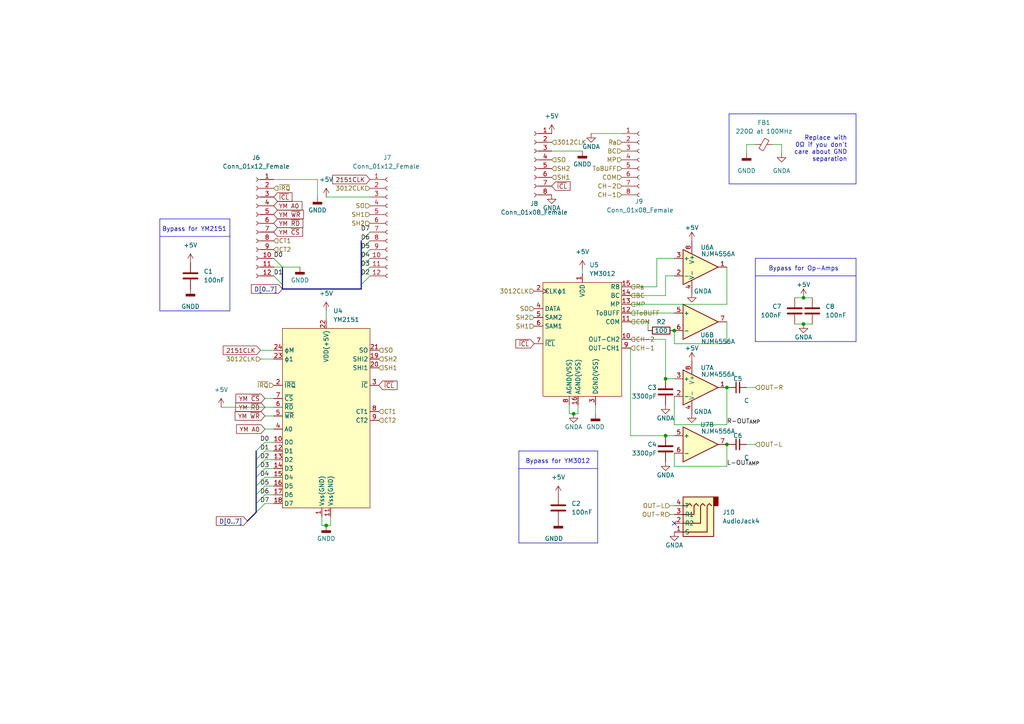
<source format=kicad_sch>
(kicad_sch (version 20230121) (generator eeschema)
  (paper "A4")
  (title_block (title "YM Output"))
  (lib_symbols
    (symbol "Amplifier_Operational:NJM4556A" (pin_names (offset 0.127))
      (property "Reference" "U" (at 0 5.08 0))
      (property "Value" "NJM4556A" (at 0 -5.08 0))
      (symbol "NJM4556A_1_1"
        (polyline (pts (xy -5.08 5.08) (xy 5.08 0) (xy -5.08 -5.08) (xy -5.08 5.08)) (stroke (width 0.254)) (fill (type background)))
        (pin output line (at 7.62 0 180) (length 2.54) (name "~") (number "1"))
        (pin input line (at -7.62 -2.54 0) (length 2.54) (name "-") (number "2"))
        (pin input line (at -7.62 2.54 0) (length 2.54) (name "+") (number "3"))
      )
      (symbol "NJM4556A_2_1"
        (polyline (pts (xy -5.08 5.08) (xy 5.08 0) (xy -5.08 -5.08) (xy -5.08 5.08)) (stroke (width 0.254)) (fill (type background)))
        (pin input line (at -7.62 2.54 0) (length 2.54) (name "+") (number "5"))
        (pin input line (at -7.62 -2.54 0) (length 2.54) (name "-") (number "6"))
        (pin output line (at 7.62 0 180) (length 2.54) (name "~") (number "7"))
      )
      (symbol "NJM4556A_3_1"
        (pin power_in line (at -2.54 -7.62 90) (length 3.81) (name "V-") (number "4"))
        (pin power_in line (at -2.54 7.62 270) (length 3.81) (name "V+") (number "8"))
      )
    )
    (symbol "Connector:Conn_01x08_Female" (pin_names (offset 1.016) hide)
      (property "Reference" "J" (at 0 10.16 0))
      (property "Value" "Conn_01x08_Female" (at 0 -12.7 0))
      (symbol "Conn_01x08_Female_1_1"
        (arc (start 0 -9.652) (mid -0.5058 -10.16) (end 0 -10.668) (stroke (width 0.1524)))
        (arc (start 0 -7.112) (mid -0.5058 -7.62) (end 0 -8.128) (stroke (width 0.1524)))
        (arc (start 0 -4.572) (mid -0.5058 -5.08) (end 0 -5.588) (stroke (width 0.1524)))
        (arc (start 0 -2.032) (mid -0.5058 -2.54) (end 0 -3.048) (stroke (width 0.1524)))
        (polyline (pts (xy -1.27 -10.16) (xy -0.508 -10.16)) (stroke (width 0.1524)))
        (polyline (pts (xy -1.27 -7.62) (xy -0.508 -7.62)) (stroke (width 0.1524)))
        (polyline (pts (xy -1.27 -5.08) (xy -0.508 -5.08)) (stroke (width 0.1524)))
        (polyline (pts (xy -1.27 -2.54) (xy -0.508 -2.54)) (stroke (width 0.1524)))
        (polyline (pts (xy -1.27 0) (xy -0.508 0)) (stroke (width 0.1524)))
        (polyline (pts (xy -1.27 2.54) (xy -0.508 2.54)) (stroke (width 0.1524)))
        (polyline (pts (xy -1.27 5.08) (xy -0.508 5.08)) (stroke (width 0.1524)))
        (polyline (pts (xy -1.27 7.62) (xy -0.508 7.62)) (stroke (width 0.1524)))
        (arc (start 0 0.508) (mid -0.5058 0) (end 0 -0.508) (stroke (width 0.1524)))
        (arc (start 0 3.048) (mid -0.5058 2.54) (end 0 2.032) (stroke (width 0.1524)))
        (arc (start 0 5.588) (mid -0.5058 5.08) (end 0 4.572) (stroke (width 0.1524)))
        (arc (start 0 8.128) (mid -0.5058 7.62) (end 0 7.112) (stroke (width 0.1524)))
        (pin passive line (at -5.08 7.62 0) (length 3.81) (name "Pin_1") (number "1"))
        (pin passive line (at -5.08 5.08 0) (length 3.81) (name "Pin_2") (number "2"))
        (pin passive line (at -5.08 2.54 0) (length 3.81) (name "Pin_3") (number "3"))
        (pin passive line (at -5.08 0 0) (length 3.81) (name "Pin_4") (number "4"))
        (pin passive line (at -5.08 -2.54 0) (length 3.81) (name "Pin_5") (number "5"))
        (pin passive line (at -5.08 -5.08 0) (length 3.81) (name "Pin_6") (number "6"))
        (pin passive line (at -5.08 -7.62 0) (length 3.81) (name "Pin_7") (number "7"))
        (pin passive line (at -5.08 -10.16 0) (length 3.81) (name "Pin_8") (number "8"))
      )
    )
    (symbol "Connector:Conn_01x12_Female" (pin_names (offset 1.016) hide)
      (property "Reference" "J" (at 0 15.24 0))
      (property "Value" "Conn_01x12_Female" (at 0 -17.78 0))
      (symbol "Conn_01x12_Female_1_1"
        (arc (start 0 -14.732) (mid -0.5058 -15.24) (end 0 -15.748) (stroke (width 0.1524)))
        (arc (start 0 -12.192) (mid -0.5058 -12.7) (end 0 -13.208) (stroke (width 0.1524)))
        (arc (start 0 -9.652) (mid -0.5058 -10.16) (end 0 -10.668) (stroke (width 0.1524)))
        (arc (start 0 -7.112) (mid -0.5058 -7.62) (end 0 -8.128) (stroke (width 0.1524)))
        (arc (start 0 -4.572) (mid -0.5058 -5.08) (end 0 -5.588) (stroke (width 0.1524)))
        (arc (start 0 -2.032) (mid -0.5058 -2.54) (end 0 -3.048) (stroke (width 0.1524)))
        (polyline (pts (xy -1.27 -15.24) (xy -0.508 -15.24)) (stroke (width 0.1524)))
        (polyline (pts (xy -1.27 -12.7) (xy -0.508 -12.7)) (stroke (width 0.1524)))
        (polyline (pts (xy -1.27 -10.16) (xy -0.508 -10.16)) (stroke (width 0.1524)))
        (polyline (pts (xy -1.27 -7.62) (xy -0.508 -7.62)) (stroke (width 0.1524)))
        (polyline (pts (xy -1.27 -5.08) (xy -0.508 -5.08)) (stroke (width 0.1524)))
        (polyline (pts (xy -1.27 -2.54) (xy -0.508 -2.54)) (stroke (width 0.1524)))
        (polyline (pts (xy -1.27 0) (xy -0.508 0)) (stroke (width 0.1524)))
        (polyline (pts (xy -1.27 2.54) (xy -0.508 2.54)) (stroke (width 0.1524)))
        (polyline (pts (xy -1.27 5.08) (xy -0.508 5.08)) (stroke (width 0.1524)))
        (polyline (pts (xy -1.27 7.62) (xy -0.508 7.62)) (stroke (width 0.1524)))
        (polyline (pts (xy -1.27 10.16) (xy -0.508 10.16)) (stroke (width 0.1524)))
        (polyline (pts (xy -1.27 12.7) (xy -0.508 12.7)) (stroke (width 0.1524)))
        (arc (start 0 0.508) (mid -0.5058 0) (end 0 -0.508) (stroke (width 0.1524)))
        (arc (start 0 3.048) (mid -0.5058 2.54) (end 0 2.032) (stroke (width 0.1524)))
        (arc (start 0 5.588) (mid -0.5058 5.08) (end 0 4.572) (stroke (width 0.1524)))
        (arc (start 0 8.128) (mid -0.5058 7.62) (end 0 7.112) (stroke (width 0.1524)))
        (arc (start 0 10.668) (mid -0.5058 10.16) (end 0 9.652) (stroke (width 0.1524)))
        (arc (start 0 13.208) (mid -0.5058 12.7) (end 0 12.192) (stroke (width 0.1524)))
        (pin passive line (at -5.08 12.7 0) (length 3.81) (name "Pin_1") (number "1"))
        (pin passive line (at -5.08 -10.16 0) (length 3.81) (name "Pin_10") (number "10"))
        (pin passive line (at -5.08 -12.7 0) (length 3.81) (name "Pin_11") (number "11"))
        (pin passive line (at -5.08 -15.24 0) (length 3.81) (name "Pin_12") (number "12"))
        (pin passive line (at -5.08 10.16 0) (length 3.81) (name "Pin_2") (number "2"))
        (pin passive line (at -5.08 7.62 0) (length 3.81) (name "Pin_3") (number "3"))
        (pin passive line (at -5.08 5.08 0) (length 3.81) (name "Pin_4") (number "4"))
        (pin passive line (at -5.08 2.54 0) (length 3.81) (name "Pin_5") (number "5"))
        (pin passive line (at -5.08 0 0) (length 3.81) (name "Pin_6") (number "6"))
        (pin passive line (at -5.08 -2.54 0) (length 3.81) (name "Pin_7") (number "7"))
        (pin passive line (at -5.08 -5.08 0) (length 3.81) (name "Pin_8") (number "8"))
        (pin passive line (at -5.08 -7.62 0) (length 3.81) (name "Pin_9") (number "9"))
      )
    )
    (symbol "Device:C" (pin_numbers hide) (pin_names (offset 0.254))
      (property "Reference" "C" (at 0.635 2.54 0))
      (property "Value" "C" (at 0.635 -2.54 0))
      (symbol "C_0_1"
        (polyline (pts (xy -2.032 -0.762) (xy 2.032 -0.762)) (stroke (width 0.508)))
        (polyline (pts (xy -2.032 0.762) (xy 2.032 0.762)) (stroke (width 0.508)))
      )
      (symbol "C_1_1"
        (pin passive line (at 0 3.81 270) (length 2.794) (name "~") (number "1"))
        (pin passive line (at 0 -3.81 90) (length 2.794) (name "~") (number "2"))
      )
    )
    (symbol "Device:C_Small" (pin_numbers hide) (pin_names (offset 0.254) hide)
      (property "Reference" "C" (at 0.254 1.778 0))
      (property "Value" "C_Small" (at 0.254 -2.032 0))
      (symbol "C_Small_0_1"
        (polyline (pts (xy -1.524 -0.508) (xy 1.524 -0.508)) (stroke (width 0.3302)))
        (polyline (pts (xy -1.524 0.508) (xy 1.524 0.508)) (stroke (width 0.3048)))
      )
      (symbol "C_Small_1_1"
        (pin passive line (at 0 2.54 270) (length 2.032) (name "~") (number "1"))
        (pin passive line (at 0 -2.54 90) (length 2.032) (name "~") (number "2"))
      )
    )
    (symbol "Device:FerriteBead_Small" (pin_numbers hide) (pin_names (offset 0))
      (property "Reference" "FB" (at 1.905 1.27 0))
      (property "Value" "FerriteBead_Small" (at 1.905 -1.27 0))
      (symbol "FerriteBead_Small_0_1"
        (polyline (pts (xy 0 -1.27) (xy 0 -0.7874)))
        (polyline (pts (xy 0 0.889) (xy 0 1.2954)))
        (polyline (pts (xy -1.8288 0.2794) (xy -1.1176 1.4986) (xy 1.8288 -0.2032) (xy 1.1176 -1.4224) (xy -1.8288 0.2794)))
      )
      (symbol "FerriteBead_Small_1_1"
        (pin passive line (at 0 2.54 270) (length 1.27) (name "~") (number "1"))
        (pin passive line (at 0 -2.54 90) (length 1.27) (name "~") (number "2"))
      )
    )
    (symbol "Device:R" (pin_numbers hide) (pin_names (offset 0))
      (property "Reference" "R" (at 2.032 0 90))
      (property "Value" "R" (at 0 0 90))
      (symbol "R_0_1"
        (rectangle (start -1.016 -2.54) (end 1.016 2.54) (stroke (width 0.254)))
      )
      (symbol "R_1_1"
        (pin passive line (at 0 3.81 270) (length 1.27) (name "~") (number "1"))
        (pin passive line (at 0 -3.81 90) (length 1.27) (name "~") (number "2"))
      )
    )
    (symbol "power:+5V" (power) (pin_names (offset 0))
      (property "Value" "+5V" (at 0 3.556 0))
      (symbol "+5V_0_1"
        (polyline (pts (xy -0.762 1.27) (xy 0 2.54)))
        (polyline (pts (xy 0 0) (xy 0 2.54)))
        (polyline (pts (xy 0 2.54) (xy 0.762 1.27)))
      )
      (symbol "+5V_1_1"
        (pin power_in line (at 0 0 90) (length 0) hide (name "+5V") (number "1"))
      )
    )
    (symbol "power:GNDA" (power) (pin_names (offset 0))
      (property "Value" "GNDA" (at 0 -3.81 0))
      (symbol "GNDA_0_1"
        (polyline (pts (xy 0 0) (xy 0 -1.27) (xy 1.27 -1.27) (xy 0 -2.54) (xy -1.27 -1.27) (xy 0 -1.27)))
      )
      (symbol "GNDA_1_1"
        (pin power_in line (at 0 0 270) (length 0) hide (name "GNDA") (number "1"))
      )
    )
    (symbol "power:GNDD" (power) (pin_names (offset 0))
      (property "Value" "GNDD" (at 0 -3.175 0))
      (symbol "GNDD_0_1"
        (rectangle (start -1.27 -1.524) (end 1.27 -2.032) (stroke (width 0.254)) (fill (type outline)))
        (polyline (pts (xy 0 0) (xy 0 -1.524)))
      )
      (symbol "GNDD_1_1"
        (pin power_in line (at 0 0 270) (length 0) hide (name "GNDD") (number "1"))
      )
    )
    (symbol "vgmplayer:AudioJack4"
      (property "Reference" "J" (at 0 8.89 0))
      (property "Value" "AudioJack4" (at 0 6.35 0))
      (symbol "AudioJack4_0_1"
        (rectangle (start -6.35 -5.08) (end -7.62 -7.62) (stroke (width 0.254)) (fill (type outline)))
        (polyline (pts (xy 0 -5.08) (xy 0.635 -5.715) (xy 1.27 -5.08) (xy 2.54 -5.08)) (stroke (width 0.254)))
        (polyline (pts (xy -5.715 -5.08) (xy -5.08 -5.715) (xy -4.445 -5.08) (xy -4.445 2.54) (xy 2.54 2.54)) (stroke (width 0.254)))
        (polyline (pts (xy -1.905 -5.08) (xy -1.27 -5.715) (xy -0.635 -5.08) (xy -0.635 -2.54) (xy 2.54 -2.54)) (stroke (width 0.254)))
        (polyline (pts (xy 2.54 0) (xy -2.54 0) (xy -2.54 -5.08) (xy -3.175 -5.715) (xy -3.81 -5.08)) (stroke (width 0.254)))
        (rectangle (start 2.54 3.81) (end -6.35 -7.62) (stroke (width 0.254)) (fill (type background)))
      )
      (symbol "AudioJack4_1_1"
        (pin passive line (at 5.08 2.54 180) (length 2.54) (name "S") (number "1"))
        (pin passive line (at 5.08 0 180) (length 2.54) (name "R2") (number "2"))
        (pin passive line (at 5.08 -2.54 180) (length 2.54) (name "R1") (number "3"))
        (pin passive line (at 5.08 -5.08 180) (length 2.54) (name "T") (number "4"))
      )
    )
    (symbol "vgmplayer:YM2151"
      (property "Reference" "U" (at -11.43 25.4 0))
      (property "Value" "YM2151" (at 8.89 25.4 0))
      (symbol "YM2151_0_1"
        (rectangle (start -12.7 24.13) (end 12.7 -27.94) (fill (type background)))
      )
      (symbol "YM2151_1_1"
        (pin power_in line (at -1.27 -30.48 90) (length 2.54) (name "Vss(GND)") (number "1"))
        (pin bidirectional line (at -15.24 -8.89 0) (length 2.54) (name "D0") (number "10"))
        (pin power_in line (at 1.27 -30.48 90) (length 2.54) (name "Vss(GND)") (number "11"))
        (pin bidirectional line (at -15.24 -11.43 0) (length 2.54) (name "D1") (number "12"))
        (pin bidirectional line (at -15.24 -13.97 0) (length 2.54) (name "D2") (number "13"))
        (pin bidirectional line (at -15.24 -16.51 0) (length 2.54) (name "D3") (number "14"))
        (pin bidirectional line (at -15.24 -19.05 0) (length 2.54) (name "D4") (number "15"))
        (pin bidirectional line (at -15.24 -21.59 0) (length 2.54) (name "D5") (number "16"))
        (pin bidirectional line (at -15.24 -24.13 0) (length 2.54) (name "D6") (number "17"))
        (pin bidirectional line (at -15.24 -26.67 0) (length 2.54) (name "D7") (number "18"))
        (pin output line (at 15.24 15.24 180) (length 2.54) (name "SHI2") (number "19"))
        (pin open_collector line (at -15.24 7.62 0) (length 2.54) (name "~{IRQ}") (number "2"))
        (pin output line (at 15.24 12.7 180) (length 2.54) (name "SHI1") (number "20"))
        (pin output line (at 15.24 17.78 180) (length 2.54) (name "SO") (number "21"))
        (pin power_in line (at 0 26.67 270) (length 2.54) (name "VDD(+5V)") (number "22"))
        (pin output line (at -15.24 15.24 0) (length 2.54) (name "ϕ1") (number "23"))
        (pin input line (at -15.24 17.78 0) (length 2.54) (name "ϕM") (number "24"))
        (pin input line (at 15.24 7.62 180) (length 2.54) (name "~{IC}") (number "3"))
        (pin input line (at -15.24 -5.08 0) (length 2.54) (name "A0") (number "4"))
        (pin input line (at -15.24 -1.27 0) (length 2.54) (name "~{WR}") (number "5"))
        (pin input line (at -15.24 1.27 0) (length 2.54) (name "~{RD}") (number "6"))
        (pin input line (at -15.24 3.81 0) (length 2.54) (name "~{CS}") (number "7"))
        (pin output line (at 15.24 0 180) (length 2.54) (name "CT1") (number "8"))
        (pin output line (at 15.24 -2.54 180) (length 2.54) (name "CT2") (number "9"))
      )
    )
    (symbol "vgmplayer:YM3012"
      (property "Reference" "U" (at -10.16 16.51 0))
      (property "Value" "YM3012" (at 7.62 16.51 0))
      (symbol "YM3012_0_1"
        (rectangle (start -11.43 15.24) (end 11.43 -17.78) (fill (type background)))
      )
      (symbol "YM3012_1_1"
        (pin power_in line (at 0 17.78 270) (length 2.54) (name "VDD") (number "1"))
        (pin output line (at 13.97 -1.27 180) (length 2.54) (name "OUT-CH2") (number "10"))
        (pin input line (at 13.97 3.81 180) (length 2.54) (name "COM") (number "11"))
        (pin output line (at 13.97 6.35 180) (length 2.54) (name "ToBUFF") (number "12"))
        (pin input line (at 13.97 8.89 180) (length 2.54) (name "MP") (number "13"))
        (pin output line (at 13.97 11.43 180) (length 2.54) (name "BC") (number "14"))
        (pin power_out line (at 13.97 13.97 180) (length 2.54) (name "RB") (number "15"))
        (pin power_in line (at -1.27 -20.32 90) (length 2.54) (name "AGND(VSS)") (number "16"))
        (pin input clock (at -13.97 12.7 0) (length 2.54) (name "CLKϕ1") (number "2"))
        (pin power_in line (at 3.81 -20.32 90) (length 2.54) (name "DGND(VSS)") (number "3"))
        (pin input line (at -13.97 7.62 0) (length 2.54) (name "DATA") (number "4"))
        (pin input line (at -13.97 5.08 0) (length 2.54) (name "SAM2") (number "5"))
        (pin input line (at -13.97 2.54 0) (length 2.54) (name "SAM1") (number "6"))
        (pin input line (at -13.97 -2.54 0) (length 2.54) (name "~{ICL}") (number "7"))
        (pin power_in line (at -3.81 -20.32 90) (length 2.54) (name "AGND(VSS)") (number "8"))
        (pin output line (at 13.97 -3.81 180) (length 2.54) (name "OUT-CH1") (number "9"))
      )
    )
  )
  (junction (at 195.58 95.885))
  (junction (at 233.045 86.36))
  (junction (at 193.04 126.365))
  (junction (at 166.37 120.015))
  (junction (at 193.04 109.855))
  (junction (at 210.82 112.4038))
  (junction (at 210.82 128.905))
  (junction (at 233.045 93.98))
  (junction (at 94.615 152.4))
  (no_connect (at 195.58 151.765))
  (bus_entry (at 76.835 135.89) (size -2.54 2.54))
  (bus_entry (at 76.835 128.27) (size -2.54 2.54))
  (bus_entry (at 76.835 143.51) (size -2.54 2.54))
  (bus_entry (at 76.835 133.35) (size -2.54 2.54))
  (bus_entry (at 76.835 130.81) (size -2.54 2.54))
  (bus_entry (at 76.835 138.43) (size -2.54 2.54))
  (bus_entry (at 76.835 146.05) (size -2.54 2.54))
  (bus_entry (at 76.835 140.97) (size -2.54 2.54))
  (bus_entry (at 107.315 80.01) (size -2.54 2.54))
  (bus_entry (at 107.315 72.39) (size -2.54 2.54))
  (bus_entry (at 107.315 74.93) (size -2.54 2.54))
  (bus_entry (at 107.315 77.47) (size -2.54 2.54))
  (bus_entry (at 107.315 69.85) (size -2.54 2.54))
  (bus_entry (at 107.315 67.31) (size -2.54 2.54))
  (bus_entry (at 79.375 80.01) (size 2.54 2.54))
  (bus_entry (at 79.375 74.93) (size 2.54 2.54))
  (wire (pts (xy 195.58 135.255) (xy 195.58 131.445)))
  (polyline (pts (xy 211.455 33.02) (xy 211.455 53.34)))
  (polyline (pts (xy 248.285 33.02) (xy 211.455 33.02)))
  (bus (pts (xy 104.775 82.55) (xy 104.775 83.82)))
  (bus (pts (xy 81.915 77.47) (xy 81.915 82.55)))
  (polyline (pts (xy 66.675 63.5) (xy 66.675 90.17)))
  (wire (pts (xy 182.88 93.345) (xy 187.96 93.345)))
  (wire (pts (xy 193.04 126.365) (xy 195.58 126.365)))
  (wire (pts (xy 172.72 117.475) (xy 172.72 120.015)))
  (polyline (pts (xy 248.285 53.34) (xy 248.285 33.02)))
  (bus (pts (xy 104.775 77.47) (xy 104.775 80.01)))
  (bus (pts (xy 74.295 135.89) (xy 74.295 138.43)))
  (polyline (pts (xy 248.285 74.93) (xy 219.075 74.93)))
  (wire (pts (xy 81.915 77.47) (xy 86.995 77.47)))
  (wire (pts (xy 216.535 128.905) (xy 219.075 128.905)))
  (wire (pts (xy 182.88 100.965) (xy 182.88 126.365)))
  (wire (pts (xy 168.91 78.105) (xy 168.91 79.375)))
  (wire (pts (xy 187.96 93.345) (xy 187.96 95.885)))
  (wire (pts (xy 193.04 80.01) (xy 195.58 80.01)))
  (wire (pts (xy 211.455 128.905) (xy 210.82 128.905)))
  (wire (pts (xy 79.375 146.05) (xy 76.835 146.05)))
  (wire (pts (xy 160.02 43.815) (xy 168.91 43.815)))
  (wire (pts (xy 195.58 123.19) (xy 195.58 114.935)))
  (polyline (pts (xy 66.675 90.17) (xy 46.355 90.17)))
  (wire (pts (xy 210.82 135.255) (xy 195.58 135.255)))
  (wire (pts (xy 210.82 112.395) (xy 210.82 112.4038)))
  (bus (pts (xy 74.295 140.97) (xy 74.295 143.51)))
  (wire (pts (xy 182.88 83.185) (xy 190.5 83.185)))
  (polyline (pts (xy 219.075 99.06) (xy 248.285 99.06)))
  (bus (pts (xy 81.915 82.55) (xy 81.915 83.82)))
  (wire (pts (xy 167.64 117.475) (xy 167.64 120.015)))
  (wire (pts (xy 210.82 123.19) (xy 195.58 123.19)))
  (wire (pts (xy 79.375 135.89) (xy 76.835 135.89)))
  (wire (pts (xy 93.345 149.86) (xy 93.345 152.4)))
  (bus (pts (xy 104.775 80.01) (xy 104.775 82.55)))
  (bus (pts (xy 104.775 74.93) (xy 104.775 77.47)))
  (polyline (pts (xy 46.355 90.17) (xy 46.355 63.5)))
  (wire (pts (xy 167.64 120.015) (xy 166.37 120.015)))
  (wire (pts (xy 171.45 38.735) (xy 180.34 38.735)))
  (polyline (pts (xy 248.285 99.06) (xy 248.285 74.93)))
  (wire (pts (xy 190.5 83.185) (xy 190.5 74.93)))
  (wire (pts (xy 79.375 124.46) (xy 76.835 124.46)))
  (wire (pts (xy 182.88 126.365) (xy 193.04 126.365)))
  (wire (pts (xy 79.375 143.51) (xy 76.835 143.51)))
  (polyline (pts (xy 150.495 130.81) (xy 173.355 130.81)))
  (polyline (pts (xy 173.355 130.81) (xy 173.355 157.48)))
  (polyline (pts (xy 66.675 68.58) (xy 46.355 68.58)))
  (wire (pts (xy 165.1 120.015) (xy 166.37 120.015)))
  (wire (pts (xy 165.1 117.475) (xy 165.1 120.015)))
  (bus (pts (xy 104.775 83.82) (xy 81.915 83.82)))
  (wire (pts (xy 94.615 90.17) (xy 94.615 92.71)))
  (wire (pts (xy 64.135 118.11) (xy 79.375 118.11)))
  (wire (pts (xy 75.565 101.6) (xy 79.375 101.6)))
  (wire (pts (xy 79.375 115.57) (xy 76.835 115.57)))
  (wire (pts (xy 79.375 77.47) (xy 81.915 77.47)))
  (polyline (pts (xy 219.075 74.93) (xy 219.075 82.55)))
  (wire (pts (xy 182.88 90.805) (xy 195.58 90.805)))
  (polyline (pts (xy 211.455 53.34) (xy 248.285 53.34)))
  (wire (pts (xy 79.375 140.97) (xy 76.835 140.97)))
  (wire (pts (xy 210.82 112.4038) (xy 210.82 123.19)))
  (wire (pts (xy 75.565 104.14) (xy 79.375 104.14)))
  (wire (pts (xy 210.82 99.695) (xy 195.58 99.695)))
  (wire (pts (xy 193.04 109.855) (xy 195.58 109.855)))
  (wire (pts (xy 210.82 128.905) (xy 210.82 135.255)))
  (wire (pts (xy 93.345 152.4) (xy 94.615 152.4)))
  (polyline (pts (xy 173.355 135.89) (xy 150.495 135.89)))
  (wire (pts (xy 182.88 85.725) (xy 193.04 85.725)))
  (wire (pts (xy 211.455 112.395) (xy 210.82 112.4038)))
  (wire (pts (xy 79.375 133.35) (xy 76.835 133.35)))
  (wire (pts (xy 79.375 128.27) (xy 76.835 128.27)))
  (wire (pts (xy 216.535 41.91) (xy 216.535 44.45)))
  (wire (pts (xy 216.535 112.395) (xy 219.075 112.395)))
  (polyline (pts (xy 219.075 82.55) (xy 219.075 99.06)))
  (wire (pts (xy 193.04 85.725) (xy 193.04 80.01)))
  (bus (pts (xy 74.295 143.51) (xy 74.295 146.05)))
  (bus (pts (xy 104.775 72.39) (xy 104.775 74.93)))
  (bus (pts (xy 74.295 148.59) (xy 71.755 151.13)))
  (bus (pts (xy 74.295 138.43) (xy 74.295 140.97)))
  (wire (pts (xy 190.5 74.93) (xy 195.58 74.93)))
  (wire (pts (xy 210.82 77.47) (xy 210.82 88.265)))
  (polyline (pts (xy 46.355 63.5) (xy 66.675 63.5)))
  (wire (pts (xy 92.075 52.07) (xy 92.075 57.15)))
  (wire (pts (xy 233.045 86.36) (xy 235.585 86.36)))
  (wire (pts (xy 95.885 149.86) (xy 95.885 152.4)))
  (wire (pts (xy 79.375 52.07) (xy 92.075 52.07)))
  (wire (pts (xy 193.04 98.425) (xy 193.04 109.855)))
  (wire (pts (xy 182.88 98.425) (xy 193.04 98.425)))
  (polyline (pts (xy 219.075 80.01) (xy 248.285 80.01)))
  (bus (pts (xy 74.295 146.05) (xy 74.295 148.59)))
  (wire (pts (xy 224.155 41.91) (xy 226.695 41.91)))
  (wire (pts (xy 230.505 93.98) (xy 233.045 93.98)))
  (wire (pts (xy 233.045 93.98) (xy 235.585 93.98)))
  (wire (pts (xy 210.82 93.345) (xy 210.82 99.695)))
  (wire (pts (xy 219.075 41.91) (xy 216.535 41.91)))
  (wire (pts (xy 195.58 99.695) (xy 195.58 95.885)))
  (wire (pts (xy 194.31 149.225) (xy 195.58 149.225)))
  (wire (pts (xy 94.615 57.15) (xy 107.315 57.15)))
  (wire (pts (xy 210.82 88.265) (xy 182.88 88.265)))
  (bus (pts (xy 104.775 69.85) (xy 104.775 72.39)))
  (bus (pts (xy 74.295 133.35) (xy 74.295 135.89)))
  (wire (pts (xy 95.885 152.4) (xy 94.615 152.4)))
  (wire (pts (xy 226.695 41.91) (xy 226.695 44.45)))
  (wire (pts (xy 79.375 130.81) (xy 76.835 130.81)))
  (wire (pts (xy 79.375 138.43) (xy 76.835 138.43)))
  (wire (pts (xy 194.31 146.685) (xy 195.58 146.685)))
  (bus (pts (xy 74.295 130.81) (xy 74.295 133.35)))
  (polyline (pts (xy 173.355 157.48) (xy 150.495 157.48)))
  (wire (pts (xy 230.505 86.36) (xy 233.045 86.36)))
  (wire (pts (xy 79.375 120.65) (xy 76.835 120.65)))
  (polyline (pts (xy 150.495 157.48) (xy 150.495 130.81)))
  (text "Bypass for YM3012" (at 152.4 134.62 0) (effects (font (size 1.27 1.27)) (justify left bottom)))
  (text "Bypass for YM2151" (at 46.99 67.31 0) (effects (font (size 1.27 1.27)) (justify left bottom)))
  (text "Replace with\n0Ω if you don't\ncare about GND\nseparation" (at 245.745 46.99 0) (effects (font (size 1.27 1.27)) (justify right bottom)))
  (text "Bypass for Op-Amps" (at 222.885 78.74 0) (effects (font (size 1.27 1.27)) (justify left bottom)))
  (label "D7" (at 78.105 146.05 180))
  (label "D5" (at 78.105 140.97 180))
  (label "D3" (at 78.105 135.89 180))
  (label "D6" (at 107.315 69.85 180))
  (label "D6" (at 78.105 143.51 180))
  (label "D4" (at 107.315 74.93 180))
  (label "D1" (at 78.105 130.81 180))
  (label "D2" (at 107.315 80.01 180))
  (label "R-OUT_{AMP}" (at 210.82 123.19 0))
  (label "D0" (at 79.375 74.93 0))
  (label "D7" (at 107.315 67.31 180))
  (label "D5" (at 107.315 72.39 180))
  (label "L-OUT_{AMP}" (at 210.82 135.255 0))
  (label "D3" (at 107.315 77.47 180))
  (label "D2" (at 78.105 133.35 180))
  (label "D1" (at 79.375 80.01 0))
  (label "D0" (at 78.105 128.27 180))
  (label "D4" (at 78.105 138.43 180))
  (global_label "2151CLK" (shape input) (at 107.315 52.07 180) (property "Intersheetrefs" "${INTERSHEET_REFS}" (effects hide)))
  (global_label "~{ICL}" (shape input) (at 160.02 53.975 0) (property "Intersheetrefs" "${INTERSHEET_REFS}" (effects hide)))
  (global_label "D[0..7]" (shape input) (at 71.755 151.13 180) (property "Intersheetrefs" "${INTERSHEET_REFS}" (effects hide)))
  (global_label "YM ~{CS}" (shape input) (at 76.835 115.57 180) (property "Intersheetrefs" "${INTERSHEET_REFS}" (effects hide)))
  (global_label "YM ~{WR}" (shape input) (at 76.835 120.65 180) (property "Intersheetrefs" "${INTERSHEET_REFS}" (effects hide)))
  (global_label "2151CLK" (shape input) (at 75.565 101.6 180) (property "Intersheetrefs" "${INTERSHEET_REFS}" (effects hide)))
  (global_label "YM ~{CS}" (shape input) (at 79.375 67.31 0) (property "Intersheetrefs" "${INTERSHEET_REFS}" (effects hide)))
  (global_label "~{ICL}" (shape input) (at 79.375 57.15 0) (property "Intersheetrefs" "${INTERSHEET_REFS}" (effects hide)))
  (global_label "YM A0" (shape input) (at 79.375 59.69 0) (property "Intersheetrefs" "${INTERSHEET_REFS}" (effects hide)))
  (global_label "~{ICL}" (shape input) (at 154.94 99.695 180) (property "Intersheetrefs" "${INTERSHEET_REFS}" (effects hide)))
  (global_label "YM A0" (shape input) (at 76.835 124.46 180) (property "Intersheetrefs" "${INTERSHEET_REFS}" (effects hide)))
  (global_label "YM ~{WR}" (shape input) (at 79.375 62.23 0) (property "Intersheetrefs" "${INTERSHEET_REFS}" (effects hide)))
  (global_label "D[0..7]" (shape input) (at 81.915 83.82 180) (property "Intersheetrefs" "${INTERSHEET_REFS}" (effects hide)))
  (global_label "~{ICL}" (shape input) (at 109.855 111.76 0) (property "Intersheetrefs" "${INTERSHEET_REFS}" (effects hide)))
  (global_label "YM ~{RD}" (shape input) (at 79.375 64.77 0) (property "Intersheetrefs" "${INTERSHEET_REFS}" (effects hide)))
  (global_label "YM ~{RD}" (shape input) (at 76.835 118.11 180) (property "Intersheetrefs" "${INTERSHEET_REFS}" (effects hide)))
  (hierarchical_label "OUT-L" (shape input) (at 194.31 146.685 180))
  (hierarchical_label "CT2" (shape input) (at 109.855 121.92 0))
  (hierarchical_label "R_{B}" (shape input) (at 182.88 83.185 0))
  (hierarchical_label "SH2" (shape input) (at 107.315 64.77 180))
  (hierarchical_label "SO" (shape input) (at 160.02 46.355 0))
  (hierarchical_label "SO" (shape input) (at 109.855 101.6 0))
  (hierarchical_label "3012CLK" (shape input) (at 160.02 41.275 0))
  (hierarchical_label "BC" (shape input) (at 180.34 43.815 180))
  (hierarchical_label "3012CLK" (shape input) (at 107.315 54.61 180))
  (hierarchical_label "3012CLK" (shape input) (at 75.565 104.14 180))
  (hierarchical_label "COM" (shape input) (at 182.88 93.345 0))
  (hierarchical_label "OUT-R" (shape input) (at 219.075 112.395 0))
  (hierarchical_label "SH2" (shape input) (at 154.94 92.075 180))
  (hierarchical_label "MP" (shape input) (at 180.34 46.355 180))
  (hierarchical_label "CH-1" (shape input) (at 180.34 56.515 180))
  (hierarchical_label "CH-1" (shape input) (at 182.88 100.965 0))
  (hierarchical_label "CT2" (shape input) (at 79.375 72.39 0))
  (hierarchical_label "3012CLK" (shape input) (at 154.94 84.455 180))
  (hierarchical_label "~{IRQ}" (shape input) (at 79.375 111.76 180))
  (hierarchical_label "SO" (shape input) (at 107.315 59.69 180))
  (hierarchical_label "BC" (shape input) (at 182.88 85.725 0))
  (hierarchical_label "ToBUFF" (shape input) (at 180.34 48.895 180))
  (hierarchical_label "SH1" (shape input) (at 109.855 106.68 0))
  (hierarchical_label "SH1" (shape input) (at 160.02 51.435 0))
  (hierarchical_label "CT1" (shape input) (at 79.375 69.85 0))
  (hierarchical_label "OUT-L" (shape input) (at 219.075 128.905 0))
  (hierarchical_label "SH2" (shape input) (at 109.855 104.14 0))
  (hierarchical_label "COM" (shape input) (at 180.34 51.435 180))
  (hierarchical_label "MP" (shape input) (at 182.88 88.265 0))
  (hierarchical_label "SH2" (shape input) (at 160.02 48.895 0))
  (hierarchical_label "ToBUFF" (shape input) (at 182.88 90.805 0))
  (hierarchical_label "OUT-R" (shape input) (at 194.31 149.225 180))
  (hierarchical_label "SO" (shape input) (at 154.94 89.535 180))
  (hierarchical_label "R_{B}" (shape input) (at 180.34 41.275 180))
  (hierarchical_label "CH-2" (shape input) (at 180.34 53.975 180))
  (hierarchical_label "CT1" (shape input) (at 109.855 119.38 0))
  (hierarchical_label "SH1" (shape input) (at 107.315 62.23 180))
  (hierarchical_label "~{IRQ}" (shape input) (at 79.375 54.61 0))
  (hierarchical_label "SH1" (shape input) (at 154.94 94.615 180))
  (hierarchical_label "CH-2" (shape input) (at 182.88 98.425 0))
  (symbol (lib_id "power:GNDA") (at 200.66 120.015 0) (unit 1)
    (property "Reference" "#PWR038" (effects hide))
    (property "Value" "GNDA" (at 203.835 119.38 0))
  )
  (symbol (lib_id "power:GNDA") (at 160.02 56.515 0) (unit 1)
    (property "Reference" "#PWR024" (effects hide))
    (property "Value" "GNDA" (at 160.02 60.325 0))
  )
  (symbol (lib_id "vgmplayer:YM2151") (at 94.615 119.38 0) (unit 1)
    (property "Reference" "U4" (at 96.6344 90.17 0) (effects (justify left)))
    (property "Value" "YM2151" (at 96.6344 92.71 0) (effects (justify left)))
    (property "Footprint" "Package_DIP:DIP-24_W15.24mm_Socket" (effects hide))
    (property "Datasheet" "file:///mnt/hdd/Projects/ym2151/YM2151.PDF" (effects hide))
  )
  (symbol (lib_id "power:+5V") (at 55.245 76.2 0) (unit 1)
    (property "Reference" "#PWR016" (effects hide))
    (property "Value" "+5V" (at 55.245 71.12 0))
  )
  (symbol (lib_id "power:+5V") (at 200.66 104.775 0) (unit 1)
    (property "Reference" "#PWR037" (effects hide))
    (property "Value" "+5V" (at 200.66 100.965 0))
  )
  (symbol (lib_id "Device:C") (at 230.505 90.17 0) (mirror y) (unit 1)
    (property "Reference" "C7" (at 226.695 88.8999 0) (effects (justify left)))
    (property "Value" "100nF" (at 226.695 91.4399 0) (effects (justify left)))
    (property "Footprint" "Capacitor_THT:C_Axial_L3.8mm_D2.6mm_P7.50mm_Horizontal" (effects hide))
  )
  (symbol (lib_id "Amplifier_Operational:NJM4556A") (at 203.2 77.47 0) (unit 3)
    (property "Reference" "U6" (effects hide))
    (property "Value" "NJM4556A" (effects hide))
    (property "Footprint" "Package_SIP:SIP-9_22.3x3mm_P2.54mm" (effects hide))
    (property "Datasheet" "http://www.njr.com/semicon/PDF/NJM4556A_E.pdf" (effects hide))
  )
  (symbol (lib_id "power:GNDD") (at 92.075 57.15 0) (unit 1)
    (property "Reference" "#PWR019" (effects hide))
    (property "Value" "GNDD" (at 92.075 60.96 0))
  )
  (symbol (lib_id "power:GNDD") (at 94.615 152.4 0) (unit 1)
    (property "Reference" "#PWR022" (effects hide))
    (property "Value" "GNDD" (at 94.615 156.21 0))
  )
  (symbol (lib_id "Amplifier_Operational:NJM4556A") (at 203.2 77.47 0) (unit 1)
    (property "Reference" "U6" (at 205.105 71.755 0))
    (property "Value" "NJM4556A" (at 208.28 73.66 0))
    (property "Footprint" "Package_SIP:SIP-9_22.3x3mm_P2.54mm" (effects hide))
    (property "Datasheet" "http://www.njr.com/semicon/PDF/NJM4556A_E.pdf" (effects hide))
  )
  (symbol (lib_id "power:+5V") (at 168.91 78.105 0) (unit 1)
    (property "Reference" "#PWR029" (effects hide))
    (property "Value" "+5V" (at 168.91 73.025 0))
  )
  (symbol (lib_id "power:GNDA") (at 233.045 93.98 0) (unit 1)
    (property "Reference" "#PWR042" (effects hide))
    (property "Value" "GNDA" (at 233.045 97.79 0))
  )
  (symbol (lib_id "Device:C") (at 193.04 130.175 0) (mirror y) (unit 1)
    (property "Reference" "C4" (at 190.5 128.905 0) (effects (justify left)))
    (property "Value" "3300pF" (at 190.5 131.445 0) (effects (justify left)))
    (property "Footprint" "Capacitor_THT:C_Axial_L3.8mm_D2.6mm_P7.50mm_Horizontal" (effects hide))
  )
  (symbol (lib_id "Connector:Conn_01x12_Female") (at 112.395 64.77 0) (unit 1)
    (property "Reference" "J7" (at 111.125 45.72 0) (effects (justify left)))
    (property "Value" "Conn_01x12_Female" (at 102.235 48.26 0) (effects (justify left)))
    (property "Footprint" "Connector_PinHeader_2.54mm:PinHeader_1x12_P2.54mm_Vertical" (effects hide))
  )
  (symbol (lib_id "Amplifier_Operational:NJM4556A") (at 203.2 112.395 0) (unit 1)
    (property "Reference" "U7" (at 205.105 106.68 0))
    (property "Value" "NJM4556A" (at 208.28 108.585 0))
    (property "Footprint" "Package_SIP:SIP-9_22.3x3mm_P2.54mm" (effects hide))
    (property "Datasheet" "http://www.njr.com/semicon/PDF/NJM4556A_E.pdf" (effects hide))
  )
  (symbol (lib_id "Device:C_Small") (at 213.995 128.905 90) (unit 1)
    (property "Reference" "C6" (at 213.995 126.365 90))
    (property "Value" "C" (at 216.535 132.715 90))
    (property "Footprint" "Capacitor_THT:C_Axial_L3.8mm_D2.6mm_P7.50mm_Horizontal" (effects hide))
  )
  (symbol (lib_id "power:GNDA") (at 166.37 120.015 0) (unit 1)
    (property "Reference" "#PWR027" (effects hide))
    (property "Value" "GNDA" (at 166.37 123.825 0))
  )
  (symbol (lib_id "power:GNDD") (at 55.245 83.82 0) (unit 1)
    (property "Reference" "#PWR017" (effects hide))
    (property "Value" "GNDD" (at 55.245 88.9 0))
  )
  (symbol (lib_id "Connector:Conn_01x08_Female") (at 185.42 46.355 0) (unit 1)
    (property "Reference" "J9" (at 184.15 58.42 0) (effects (justify left)))
    (property "Value" "Conn_01x08_Female" (at 175.895 60.96 0) (effects (justify left)))
    (property "Footprint" "Connector_PinHeader_2.54mm:PinHeader_1x08_P2.54mm_Vertical" (effects hide))
  )
  (symbol (lib_id "Device:C_Small") (at 213.995 112.395 90) (unit 1)
    (property "Reference" "C5" (at 213.995 109.855 90))
    (property "Value" "C" (at 216.535 116.205 90))
    (property "Footprint" "Capacitor_THT:C_Axial_L3.8mm_D2.6mm_P7.50mm_Horizontal" (effects hide))
  )
  (symbol (lib_id "Connector:Conn_01x12_Female") (at 74.295 64.77 0) (mirror y) (unit 1)
    (property "Reference" "J6" (at 74.295 45.72 0))
    (property "Value" "Conn_01x12_Female" (at 74.295 48.26 0))
    (property "Footprint" "Connector_PinHeader_2.54mm:PinHeader_1x12_P2.54mm_Vertical" (effects hide))
  )
  (symbol (lib_id "Amplifier_Operational:NJM4556A") (at 203.2 112.395 0) (unit 3)
    (property "Reference" "U7" (effects hide))
    (property "Value" "NJM4556A" (effects hide))
    (property "Footprint" "Package_SIP:SIP-9_22.3x3mm_P2.54mm" (effects hide))
    (property "Datasheet" "http://www.njr.com/semicon/PDF/NJM4556A_E.pdf" (effects hide))
  )
  (symbol (lib_id "power:GNDD") (at 168.91 43.815 0) (unit 1)
    (property "Reference" "#PWR028" (effects hide))
    (property "Value" "GNDD" (at 168.91 47.625 0))
  )
  (symbol (lib_id "power:GNDA") (at 200.66 85.09 0) (unit 1)
    (property "Reference" "#PWR036" (effects hide))
    (property "Value" "GNDA" (at 203.835 84.455 0))
  )
  (symbol (lib_id "Device:C") (at 193.04 113.665 0) (mirror y) (unit 1)
    (property "Reference" "C3" (at 190.5 112.395 0) (effects (justify left)))
    (property "Value" "3300pF" (at 190.5 114.935 0) (effects (justify left)))
    (property "Footprint" "Capacitor_THT:C_Axial_L3.8mm_D2.6mm_P7.50mm_Horizontal" (effects hide))
  )
  (symbol (lib_id "power:+5V") (at 94.615 57.15 0) (unit 1)
    (property "Reference" "#PWR020" (effects hide))
    (property "Value" "+5V" (at 94.615 52.07 0))
  )
  (symbol (lib_id "power:GNDD") (at 86.995 77.47 0) (unit 1)
    (property "Reference" "#PWR0101" (effects hide))
    (property "Value" "GNDD" (at 86.995 81.28 0))
  )
  (symbol (lib_id "vgmplayer:AudioJack4") (at 200.66 151.765 180) (unit 1)
    (property "Reference" "J10" (at 209.55 148.5899 0) (effects (justify right)))
    (property "Value" "AudioJack4" (at 209.55 151.1299 0) (effects (justify right)))
    (property "Footprint" "vgmplayer:AudioJack4" (effects hide))
  )
  (symbol (lib_id "power:GNDA") (at 195.58 154.305 0) (unit 1)
    (property "Reference" "#PWR034" (effects hide))
    (property "Value" "GNDA" (at 195.58 158.115 0))
  )
  (symbol (lib_id "power:GNDA") (at 226.695 44.45 0) (unit 1)
    (property "Reference" "#PWR040" (effects hide))
    (property "Value" "GNDA" (at 226.695 49.53 0))
  )
  (symbol (lib_id "Device:C") (at 235.585 90.17 0) (unit 1)
    (property "Reference" "C8" (at 239.395 88.8999 0) (effects (justify left)))
    (property "Value" "100nF" (at 239.395 91.4399 0) (effects (justify left)))
    (property "Footprint" "Capacitor_THT:C_Axial_L3.8mm_D2.6mm_P7.50mm_Horizontal" (effects hide))
  )
  (symbol (lib_id "power:+5V") (at 200.66 69.85 0) (unit 1)
    (property "Reference" "#PWR035" (effects hide))
    (property "Value" "+5V" (at 200.66 66.04 0))
  )
  (symbol (lib_id "power:GNDD") (at 216.535 44.45 0) (unit 1)
    (property "Reference" "#PWR039" (effects hide))
    (property "Value" "GNDD" (at 216.535 49.53 0))
  )
  (symbol (lib_id "vgmplayer:YM3012") (at 168.91 97.155 0) (unit 1)
    (property "Reference" "U5" (at 170.9294 76.835 0) (effects (justify left)))
    (property "Value" "YM3012" (at 170.9294 79.375 0) (effects (justify left)))
    (property "Footprint" "Package_DIP:DIP-16_W7.62mm_Socket" (effects hide))
    (property "Datasheet" "file:///mnt/hdd/Projects/ym2151/YM3012.pdf" (effects hide))
  )
  (symbol (lib_id "Amplifier_Operational:NJM4556A") (at 203.2 128.905 0) (unit 2)
    (property "Reference" "U7" (at 205.105 123.19 0))
    (property "Value" "NJM4556A" (at 208.28 125.095 0))
    (property "Footprint" "Package_SIP:SIP-9_22.3x3mm_P2.54mm" (effects hide))
    (property "Datasheet" "http://www.njr.com/semicon/PDF/NJM4556A_E.pdf" (effects hide))
  )
  (symbol (lib_id "Device:C") (at 55.245 80.01 180) (unit 1)
    (property "Reference" "C1" (at 59.055 78.7399 0) (effects (justify right)))
    (property "Value" "100nF" (at 59.055 81.2799 0) (effects (justify right)))
    (property "Footprint" "Capacitor_THT:C_Axial_L3.8mm_D2.6mm_P7.50mm_Horizontal" (effects hide))
  )
  (symbol (lib_id "power:GNDD") (at 172.72 120.015 0) (unit 1)
    (property "Reference" "#PWR031" (effects hide))
    (property "Value" "GNDD" (at 172.72 123.825 0))
  )
  (symbol (lib_id "power:+5V") (at 64.135 118.11 0) (unit 1)
    (property "Reference" "#PWR018" (effects hide))
    (property "Value" "+5V" (at 64.135 113.03 0))
  )
  (symbol (lib_id "power:GNDA") (at 193.04 133.985 0) (unit 1)
    (property "Reference" "#PWR033" (effects hide))
    (property "Value" "GNDA" (at 193.04 137.795 0))
  )
  (symbol (lib_id "power:+5V") (at 94.615 90.17 0) (unit 1)
    (property "Reference" "#PWR021" (effects hide))
    (property "Value" "+5V" (at 94.615 85.09 0))
  )
  (symbol (lib_id "power:GNDD") (at 161.925 151.13 0) (unit 1)
    (property "Reference" "#PWR026" (effects hide))
    (property "Value" "GNDD" (at 160.655 156.21 0))
  )
  (symbol (lib_id "power:+5V") (at 161.925 143.51 0) (unit 1)
    (property "Reference" "#PWR025" (effects hide))
    (property "Value" "+5V" (at 161.925 138.43 0))
  )
  (symbol (lib_id "Device:R") (at 191.77 95.885 90) (unit 1)
    (property "Reference" "R2" (at 191.77 93.345 90))
    (property "Value" "100" (at 191.77 95.885 90))
    (property "Footprint" "Resistor_THT:R_Axial_DIN0204_L3.6mm_D1.6mm_P5.08mm_Horizontal" (effects hide))
  )
  (symbol (lib_id "power:+5V") (at 233.045 86.36 0) (unit 1)
    (property "Reference" "#PWR041" (effects hide))
    (property "Value" "+5V" (at 233.045 82.55 0))
  )
  (symbol (lib_id "power:GNDA") (at 171.45 38.735 0) (unit 1)
    (property "Reference" "#PWR030" (effects hide))
    (property "Value" "GNDA" (at 171.45 42.545 0))
  )
  (symbol (lib_id "Amplifier_Operational:NJM4556A") (at 203.2 93.345 0) (unit 2)
    (property "Reference" "U6" (at 205.105 97.155 0))
    (property "Value" "NJM4556A" (at 208.28 99.06 0))
    (property "Footprint" "Package_SIP:SIP-9_22.3x3mm_P2.54mm" (effects hide))
    (property "Datasheet" "http://www.njr.com/semicon/PDF/NJM4556A_E.pdf" (effects hide))
  )
  (symbol (lib_id "power:GNDA") (at 193.04 117.475 0) (unit 1)
    (property "Reference" "#PWR032" (effects hide))
    (property "Value" "GNDA" (at 193.04 121.285 0))
  )
  (symbol (lib_id "Connector:Conn_01x08_Female") (at 154.94 46.355 0) (mirror y) (unit 1)
    (property "Reference" "J8" (at 154.94 59.055 0))
    (property "Value" "Conn_01x08_Female" (at 154.94 61.595 0))
    (property "Footprint" "Connector_PinHeader_2.54mm:PinHeader_1x08_P2.54mm_Vertical" (effects hide))
  )
  (symbol (lib_id "power:+5V") (at 160.02 38.735 0) (unit 1)
    (property "Reference" "#PWR023" (effects hide))
    (property "Value" "+5V" (at 160.02 33.655 0))
  )
  (symbol (lib_id "Device:C") (at 161.925 147.32 0) (unit 1)
    (property "Reference" "C2" (at 165.735 146.0499 0) (effects (justify left)))
    (property "Value" "100nF" (at 165.735 148.5899 0) (effects (justify left)))
    (property "Footprint" "Capacitor_THT:C_Axial_L3.8mm_D2.6mm_P7.50mm_Horizontal" (effects hide))
  )
  (symbol (lib_id "Device:FerriteBead_Small") (at 221.615 41.91 90) (unit 1)
    (property "Reference" "FB1" (at 221.5769 35.56 90))
    (property "Value" "220Ω at 100MHz" (at 221.5769 38.1 90))
    (property "Footprint" "Ferrite_THT:LairdTech_28C0236-0JW-10" (effects hide))
  )
)
</source>
